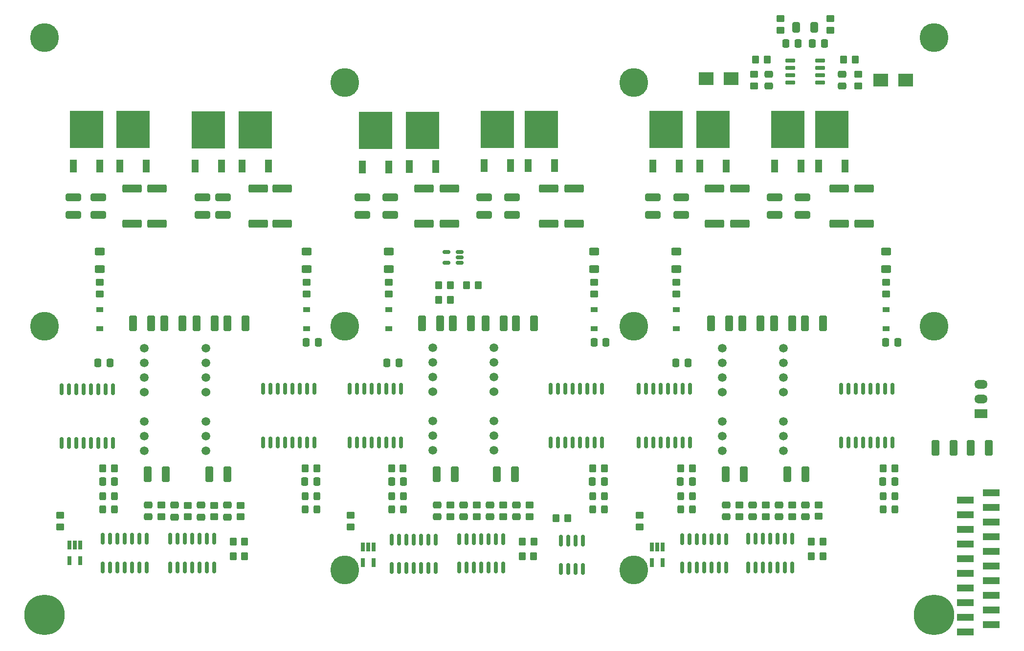
<source format=gbr>
%TF.GenerationSoftware,KiCad,Pcbnew,(6.0.1)*%
%TF.CreationDate,2023-03-27T11:36:54+03:00*%
%TF.ProjectId,Driver_SKiM459GD12E4 V2,44726976-6572-45f5-934b-694d34353947,rev?*%
%TF.SameCoordinates,Original*%
%TF.FileFunction,Soldermask,Top*%
%TF.FilePolarity,Negative*%
%FSLAX46Y46*%
G04 Gerber Fmt 4.6, Leading zero omitted, Abs format (unit mm)*
G04 Created by KiCad (PCBNEW (6.0.1)) date 2023-03-27 11:36:54*
%MOMM*%
%LPD*%
G01*
G04 APERTURE LIST*
G04 Aperture macros list*
%AMRoundRect*
0 Rectangle with rounded corners*
0 $1 Rounding radius*
0 $2 $3 $4 $5 $6 $7 $8 $9 X,Y pos of 4 corners*
0 Add a 4 corners polygon primitive as box body*
4,1,4,$2,$3,$4,$5,$6,$7,$8,$9,$2,$3,0*
0 Add four circle primitives for the rounded corners*
1,1,$1+$1,$2,$3*
1,1,$1+$1,$4,$5*
1,1,$1+$1,$6,$7*
1,1,$1+$1,$8,$9*
0 Add four rect primitives between the rounded corners*
20,1,$1+$1,$2,$3,$4,$5,0*
20,1,$1+$1,$4,$5,$6,$7,0*
20,1,$1+$1,$6,$7,$8,$9,0*
20,1,$1+$1,$8,$9,$2,$3,0*%
G04 Aperture macros list end*
%ADD10C,1.500000*%
%ADD11C,1.524000*%
%ADD12RoundRect,0.250000X-0.337500X-0.475000X0.337500X-0.475000X0.337500X0.475000X-0.337500X0.475000X0*%
%ADD13R,1.200000X2.200000*%
%ADD14R,5.800000X6.400000*%
%ADD15RoundRect,0.250000X-0.412500X-1.100000X0.412500X-1.100000X0.412500X1.100000X-0.412500X1.100000X0*%
%ADD16RoundRect,0.150000X-0.150000X0.825000X-0.150000X-0.825000X0.150000X-0.825000X0.150000X0.825000X0*%
%ADD17RoundRect,0.250000X0.412500X1.100000X-0.412500X1.100000X-0.412500X-1.100000X0.412500X-1.100000X0*%
%ADD18RoundRect,0.250000X-0.625000X0.400000X-0.625000X-0.400000X0.625000X-0.400000X0.625000X0.400000X0*%
%ADD19RoundRect,0.250000X0.475000X-0.337500X0.475000X0.337500X-0.475000X0.337500X-0.475000X-0.337500X0*%
%ADD20R,2.500000X2.300000*%
%ADD21RoundRect,0.250000X0.450000X-0.350000X0.450000X0.350000X-0.450000X0.350000X-0.450000X-0.350000X0*%
%ADD22RoundRect,0.250000X-0.350000X-0.450000X0.350000X-0.450000X0.350000X0.450000X-0.350000X0.450000X0*%
%ADD23RoundRect,0.249999X1.425001X-0.450001X1.425001X0.450001X-1.425001X0.450001X-1.425001X-0.450001X0*%
%ADD24RoundRect,0.250000X0.337500X0.475000X-0.337500X0.475000X-0.337500X-0.475000X0.337500X-0.475000X0*%
%ADD25RoundRect,0.150000X0.150000X-0.875000X0.150000X0.875000X-0.150000X0.875000X-0.150000X-0.875000X0*%
%ADD26RoundRect,0.250000X-0.450000X0.350000X-0.450000X-0.350000X0.450000X-0.350000X0.450000X0.350000X0*%
%ADD27R,0.650000X1.560000*%
%ADD28RoundRect,0.250000X-0.325000X-0.450000X0.325000X-0.450000X0.325000X0.450000X-0.325000X0.450000X0*%
%ADD29C,5.000000*%
%ADD30RoundRect,0.250000X-1.075000X0.400000X-1.075000X-0.400000X1.075000X-0.400000X1.075000X0.400000X0*%
%ADD31RoundRect,0.250000X0.350000X0.450000X-0.350000X0.450000X-0.350000X-0.450000X0.350000X-0.450000X0*%
%ADD32RoundRect,0.150000X0.150000X-0.825000X0.150000X0.825000X-0.150000X0.825000X-0.150000X-0.825000X0*%
%ADD33C,7.000000*%
%ADD34R,1.200000X0.900000*%
%ADD35R,2.997200X1.300000*%
%ADD36RoundRect,0.250000X0.412500X0.650000X-0.412500X0.650000X-0.412500X-0.650000X0.412500X-0.650000X0*%
%ADD37R,2.300000X1.500000*%
%ADD38O,2.300000X1.500000*%
%ADD39RoundRect,0.150000X0.512500X0.150000X-0.512500X0.150000X-0.512500X-0.150000X0.512500X-0.150000X0*%
%ADD40RoundRect,0.150000X0.725000X0.150000X-0.725000X0.150000X-0.725000X-0.150000X0.725000X-0.150000X0*%
G04 APERTURE END LIST*
D10*
%TO.C,D31*%
X190782000Y-114808000D03*
X190782000Y-112268000D03*
X190782000Y-109728000D03*
D11*
X190782000Y-104648000D03*
D10*
X190782000Y-102108000D03*
X190782000Y-99568000D03*
X190782000Y-97028000D03*
%TD*%
%TO.C,D32*%
X180162000Y-114808000D03*
X180162000Y-112268000D03*
X180162000Y-109728000D03*
D11*
X180162000Y-104648000D03*
D10*
X180162000Y-102108000D03*
X180162000Y-99568000D03*
X180162000Y-97028000D03*
%TD*%
%TO.C,D30*%
X140668000Y-114730000D03*
X140668000Y-112190000D03*
X140668000Y-109650000D03*
D11*
X140668000Y-104570000D03*
D10*
X140668000Y-102030000D03*
X140668000Y-99490000D03*
X140668000Y-96950000D03*
%TD*%
%TO.C,D29*%
X130048000Y-114730000D03*
X130048000Y-112190000D03*
X130048000Y-109650000D03*
D11*
X130048000Y-104570000D03*
D10*
X130048000Y-102030000D03*
X130048000Y-99490000D03*
X130048000Y-96950000D03*
%TD*%
%TO.C,D16*%
X90754000Y-114808000D03*
X90754000Y-112268000D03*
X90754000Y-109728000D03*
D11*
X90754000Y-104648000D03*
D10*
X90754000Y-102108000D03*
X90754000Y-99568000D03*
X90754000Y-97028000D03*
%TD*%
%TO.C,D15*%
X80086000Y-114808000D03*
X80086000Y-112268000D03*
X80086000Y-109728000D03*
D11*
X80086000Y-104648000D03*
D10*
X80086000Y-102108000D03*
X80086000Y-99568000D03*
X80086000Y-97028000D03*
%TD*%
D12*
%TO.C,C43*%
X208512500Y-96012000D03*
X210587500Y-96012000D03*
%TD*%
D13*
%TO.C,Q11*%
X168154000Y-65414000D03*
D14*
X170434000Y-59114000D03*
D13*
X172714000Y-65414000D03*
%TD*%
D15*
%TO.C,C54*%
X144449000Y-92710000D03*
X147574000Y-92710000D03*
%TD*%
D16*
%TO.C,D45*%
X180848000Y-130113000D03*
X179578000Y-130113000D03*
X178308000Y-130113000D03*
X177038000Y-130113000D03*
X175768000Y-130113000D03*
X174498000Y-130113000D03*
X173228000Y-130113000D03*
X173228000Y-135063000D03*
X174498000Y-135063000D03*
X175768000Y-135063000D03*
X177038000Y-135063000D03*
X178308000Y-135063000D03*
X179578000Y-135063000D03*
X180848000Y-135063000D03*
%TD*%
D17*
%TO.C,C55*%
X194602500Y-118872000D03*
X191477500Y-118872000D03*
%TD*%
D18*
%TO.C,R43*%
X122428000Y-80238000D03*
X122428000Y-83338000D03*
%TD*%
D19*
%TO.C,C65*%
X144526000Y-126259500D03*
X144526000Y-124184500D03*
%TD*%
D20*
%TO.C,D50*%
X207654000Y-50546000D03*
X211954000Y-50546000D03*
%TD*%
D21*
%TO.C,R26*%
X92202000Y-126243500D03*
X92202000Y-124243500D03*
%TD*%
D18*
%TO.C,R41*%
X157988000Y-80238000D03*
X157988000Y-83338000D03*
%TD*%
D22*
%TO.C,R138*%
X131080000Y-88646000D03*
X133080000Y-88646000D03*
%TD*%
D23*
%TO.C,R147*%
X132969000Y-75440000D03*
X132969000Y-69340000D03*
%TD*%
D24*
%TO.C,C42*%
X210079500Y-120142000D03*
X208004500Y-120142000D03*
%TD*%
D19*
%TO.C,C15*%
X94488000Y-126281000D03*
X94488000Y-124206000D03*
%TD*%
D15*
%TO.C,C53*%
X139183000Y-92710000D03*
X142308000Y-92710000D03*
%TD*%
D13*
%TO.C,Q10*%
X189236000Y-65414000D03*
D14*
X191516000Y-59114000D03*
D13*
X193796000Y-65414000D03*
%TD*%
D25*
%TO.C,D1*%
X100711000Y-113362000D03*
X101981000Y-113362000D03*
X103251000Y-113362000D03*
X104521000Y-113362000D03*
X105791000Y-113362000D03*
X107061000Y-113362000D03*
X108331000Y-113362000D03*
X109601000Y-113362000D03*
X109601000Y-104062000D03*
X108331000Y-104062000D03*
X107061000Y-104062000D03*
X105791000Y-104062000D03*
X104521000Y-104062000D03*
X103251000Y-104062000D03*
X101981000Y-104062000D03*
X100711000Y-104062000D03*
%TD*%
D26*
%TO.C,R39*%
X122428000Y-85614000D03*
X122428000Y-87614000D03*
%TD*%
D16*
%TO.C,D14*%
X92202000Y-130048000D03*
X90932000Y-130048000D03*
X89662000Y-130048000D03*
X88392000Y-130048000D03*
X87122000Y-130048000D03*
X85852000Y-130048000D03*
X84582000Y-130048000D03*
X84582000Y-134998000D03*
X85852000Y-134998000D03*
X87122000Y-134998000D03*
X88392000Y-134998000D03*
X89662000Y-134998000D03*
X90932000Y-134998000D03*
X92202000Y-134998000D03*
%TD*%
D27*
%TO.C,D44*%
X169860000Y-131492000D03*
X168910000Y-131492000D03*
X167960000Y-131492000D03*
X167960000Y-134192000D03*
X169860000Y-134192000D03*
%TD*%
D22*
%TO.C,R122*%
X201184000Y-46990000D03*
X203184000Y-46990000D03*
%TD*%
D28*
%TO.C,D11*%
X72889000Y-124968000D03*
X74939000Y-124968000D03*
%TD*%
D15*
%TO.C,C23*%
X78193500Y-92710000D03*
X81318500Y-92710000D03*
%TD*%
D29*
%TO.C,H5*%
X216862000Y-43214000D03*
%TD*%
D13*
%TO.C,Q1*%
X97034000Y-65482000D03*
D14*
X99314000Y-59182000D03*
D13*
X101594000Y-65482000D03*
%TD*%
D30*
%TO.C,R37*%
X138938000Y-70840000D03*
X138938000Y-73940000D03*
%TD*%
D21*
%TO.C,R27*%
X87630000Y-126243500D03*
X87630000Y-124243500D03*
%TD*%
%TO.C,R88*%
X183134000Y-126200500D03*
X183134000Y-124200500D03*
%TD*%
D15*
%TO.C,C60*%
X183642000Y-92710000D03*
X186767000Y-92710000D03*
%TD*%
D17*
%TO.C,C49*%
X133858000Y-118872000D03*
X130733000Y-118872000D03*
%TD*%
D29*
%TO.C,H6*%
X164862000Y-135464000D03*
%TD*%
D24*
%TO.C,C5*%
X74973000Y-120104500D03*
X72898000Y-120104500D03*
%TD*%
D13*
%TO.C,Q4*%
X75874000Y-65414000D03*
D14*
X78154000Y-59114000D03*
D13*
X80434000Y-65414000D03*
%TD*%
D28*
%TO.C,D12*%
X107941000Y-122682000D03*
X109991000Y-122682000D03*
%TD*%
D31*
%TO.C,R139*%
X133080000Y-86106000D03*
X131080000Y-86106000D03*
%TD*%
D30*
%TO.C,R53*%
X189230000Y-70840000D03*
X189230000Y-73940000D03*
%TD*%
D22*
%TO.C,R142*%
X151400000Y-126492000D03*
X153400000Y-126492000D03*
%TD*%
D29*
%TO.C,H1*%
X164862000Y-50964000D03*
%TD*%
D12*
%TO.C,C88*%
X191240500Y-44196000D03*
X193315500Y-44196000D03*
%TD*%
D18*
%TO.C,R12*%
X72390000Y-80238000D03*
X72390000Y-83338000D03*
%TD*%
D19*
%TO.C,C90*%
X200914000Y-51583500D03*
X200914000Y-49508500D03*
%TD*%
D15*
%TO.C,C58*%
X194525500Y-92710000D03*
X197650500Y-92710000D03*
%TD*%
D24*
%TO.C,C6*%
X74189500Y-99568000D03*
X72114500Y-99568000D03*
%TD*%
D19*
%TO.C,C16*%
X80772000Y-126259500D03*
X80772000Y-124184500D03*
%TD*%
D21*
%TO.C,R86*%
X192278000Y-126200500D03*
X192278000Y-124200500D03*
%TD*%
D31*
%TO.C,R126*%
X97504000Y-130556000D03*
X95504000Y-130556000D03*
%TD*%
D22*
%TO.C,R89*%
X145542000Y-133096000D03*
X147542000Y-133096000D03*
%TD*%
%TO.C,R129*%
X195596000Y-133096000D03*
X197596000Y-133096000D03*
%TD*%
%TO.C,R125*%
X95504000Y-133096000D03*
X97504000Y-133096000D03*
%TD*%
D19*
%TO.C,C68*%
X135382000Y-126259500D03*
X135382000Y-124184500D03*
%TD*%
D29*
%TO.C,H2*%
X114862000Y-93214000D03*
%TD*%
D30*
%TO.C,R2*%
X90170000Y-70840000D03*
X90170000Y-73940000D03*
%TD*%
D19*
%TO.C,C66*%
X130810000Y-126259500D03*
X130810000Y-124184500D03*
%TD*%
D29*
%TO.C,H10*%
X216862000Y-93214000D03*
%TD*%
D31*
%TO.C,R1*%
X109966000Y-117856000D03*
X107966000Y-117856000D03*
%TD*%
D13*
%TO.C,Q7*%
X117861000Y-65585000D03*
D14*
X120141000Y-59285000D03*
D13*
X122421000Y-65585000D03*
%TD*%
D28*
%TO.C,D40*%
X208017000Y-122682000D03*
X210067000Y-122682000D03*
%TD*%
D21*
%TO.C,R118*%
X198882000Y-41894000D03*
X198882000Y-39894000D03*
%TD*%
D30*
%TO.C,R36*%
X122682000Y-70840000D03*
X122682000Y-73940000D03*
%TD*%
D12*
%TO.C,C33*%
X157988000Y-96012000D03*
X160063000Y-96012000D03*
%TD*%
D18*
%TO.C,R59*%
X172212000Y-80238000D03*
X172212000Y-83338000D03*
%TD*%
D32*
%TO.C,U4*%
X152273000Y-135317000D03*
X153543000Y-135317000D03*
X154813000Y-135317000D03*
X156083000Y-135317000D03*
X156083000Y-130367000D03*
X154813000Y-130367000D03*
X153543000Y-130367000D03*
X152273000Y-130367000D03*
%TD*%
D25*
%TO.C,D18*%
X150495000Y-113362000D03*
X151765000Y-113362000D03*
X153035000Y-113362000D03*
X154305000Y-113362000D03*
X155575000Y-113362000D03*
X156845000Y-113362000D03*
X158115000Y-113362000D03*
X159385000Y-113362000D03*
X159385000Y-104062000D03*
X158115000Y-104062000D03*
X156845000Y-104062000D03*
X155575000Y-104062000D03*
X154305000Y-104062000D03*
X153035000Y-104062000D03*
X151765000Y-104062000D03*
X150495000Y-104062000D03*
%TD*%
%TO.C,D4*%
X65786000Y-113453750D03*
X67056000Y-113453750D03*
X68326000Y-113453750D03*
X69596000Y-113453750D03*
X70866000Y-113453750D03*
X72136000Y-113453750D03*
X73406000Y-113453750D03*
X74676000Y-113453750D03*
X74676000Y-104153750D03*
X73406000Y-104153750D03*
X72136000Y-104153750D03*
X70866000Y-104153750D03*
X69596000Y-104153750D03*
X68326000Y-104153750D03*
X67056000Y-104153750D03*
X65786000Y-104153750D03*
%TD*%
D17*
%TO.C,C19*%
X83858500Y-118872000D03*
X80733500Y-118872000D03*
%TD*%
D18*
%TO.C,R4*%
X108204000Y-80238000D03*
X108204000Y-83338000D03*
%TD*%
D13*
%TO.C,Q12*%
X176282000Y-65414000D03*
D14*
X178562000Y-59114000D03*
D13*
X180842000Y-65414000D03*
%TD*%
D30*
%TO.C,R38*%
X143764000Y-70840000D03*
X143764000Y-73940000D03*
%TD*%
D31*
%TO.C,R33*%
X124936000Y-117856000D03*
X122936000Y-117856000D03*
%TD*%
D33*
%TO.C,H11*%
X216862000Y-143214000D03*
%TD*%
D24*
%TO.C,C44*%
X174265500Y-99568000D03*
X172190500Y-99568000D03*
%TD*%
D28*
%TO.C,D38*%
X172965000Y-122682000D03*
X175015000Y-122682000D03*
%TD*%
D15*
%TO.C,C52*%
X133565500Y-92710000D03*
X136690500Y-92710000D03*
%TD*%
D34*
%TO.C,D3*%
X108204000Y-90298000D03*
X108204000Y-93598000D03*
%TD*%
D13*
%TO.C,Q2*%
X88906000Y-65482000D03*
D14*
X91186000Y-59182000D03*
D13*
X93466000Y-65482000D03*
%TD*%
D15*
%TO.C,C24*%
X83566000Y-92710000D03*
X86691000Y-92710000D03*
%TD*%
D23*
%TO.C,R30*%
X77978000Y-75440000D03*
X77978000Y-69340000D03*
%TD*%
D21*
%TO.C,R76*%
X133096000Y-126222000D03*
X133096000Y-124222000D03*
%TD*%
D18*
%TO.C,R57*%
X208534000Y-80238000D03*
X208534000Y-83338000D03*
%TD*%
D30*
%TO.C,R52*%
X173038000Y-70840000D03*
X173038000Y-73940000D03*
%TD*%
D15*
%TO.C,C59*%
X178269500Y-92710000D03*
X181394500Y-92710000D03*
%TD*%
D21*
%TO.C,R87*%
X187706000Y-126200500D03*
X187706000Y-124200500D03*
%TD*%
D23*
%TO.C,R146*%
X82296000Y-75440000D03*
X82296000Y-69340000D03*
%TD*%
D13*
%TO.C,Q8*%
X125988000Y-65550000D03*
D14*
X128268000Y-59250000D03*
D13*
X130548000Y-65550000D03*
%TD*%
D23*
%TO.C,R144*%
X154559000Y-75440000D03*
X154559000Y-69340000D03*
%TD*%
D29*
%TO.C,H4*%
X62862000Y-93214000D03*
%TD*%
D15*
%TO.C,C26*%
X94488000Y-92710000D03*
X97613000Y-92710000D03*
%TD*%
%TO.C,C92*%
X217131500Y-114300000D03*
X220256500Y-114300000D03*
%TD*%
D29*
%TO.C,H8*%
X114862000Y-135464000D03*
%TD*%
D13*
%TO.C,Q5*%
X146562000Y-65379000D03*
D14*
X148842000Y-59079000D03*
D13*
X151122000Y-65379000D03*
%TD*%
D19*
%TO.C,C75*%
X189992000Y-126238000D03*
X189992000Y-124163000D03*
%TD*%
D30*
%TO.C,R54*%
X194056000Y-70840000D03*
X194056000Y-73940000D03*
%TD*%
D28*
%TO.C,D13*%
X107941000Y-124968000D03*
X109991000Y-124968000D03*
%TD*%
D26*
%TO.C,R123*%
X185674000Y-49546000D03*
X185674000Y-51546000D03*
%TD*%
D34*
%TO.C,D26*%
X172212000Y-90298000D03*
X172212000Y-93598000D03*
%TD*%
D17*
%TO.C,C20*%
X94526500Y-118872000D03*
X91401500Y-118872000D03*
%TD*%
D34*
%TO.C,D5*%
X72390000Y-90298000D03*
X72390000Y-93598000D03*
%TD*%
D21*
%TO.C,R75*%
X137668000Y-126222000D03*
X137668000Y-124222000D03*
%TD*%
D23*
%TO.C,R61*%
X200406000Y-75440000D03*
X200406000Y-69340000D03*
%TD*%
%TO.C,R45*%
X150114000Y-75440000D03*
X150114000Y-69340000D03*
%TD*%
D13*
%TO.C,Q9*%
X196856000Y-65414000D03*
D14*
X199136000Y-59114000D03*
D13*
X201416000Y-65414000D03*
%TD*%
D17*
%TO.C,C50*%
X144310500Y-118872000D03*
X141185500Y-118872000D03*
%TD*%
D24*
%TO.C,C31*%
X125003500Y-120142000D03*
X122928500Y-120142000D03*
%TD*%
%TO.C,C34*%
X124227500Y-99568000D03*
X122152500Y-99568000D03*
%TD*%
D13*
%TO.C,Q3*%
X67824000Y-65414000D03*
D14*
X70104000Y-59114000D03*
D13*
X72384000Y-65414000D03*
%TD*%
D28*
%TO.C,D34*%
X122927000Y-124968000D03*
X124977000Y-124968000D03*
%TD*%
D29*
%TO.C,H7*%
X114862000Y-50964000D03*
%TD*%
D21*
%TO.C,R25*%
X96774000Y-126243500D03*
X96774000Y-124243500D03*
%TD*%
D35*
%TO.C,J1*%
X222255800Y-146177000D03*
X226755801Y-144907000D03*
X222255800Y-143637000D03*
X226755801Y-142367000D03*
X222255800Y-141097000D03*
X226755801Y-139827000D03*
X222255800Y-138557000D03*
X226755801Y-137287000D03*
X222255800Y-136017000D03*
X226755801Y-134747000D03*
X222255800Y-133477000D03*
X226755801Y-132207000D03*
X222255800Y-130937000D03*
X226755801Y-129667000D03*
X222255800Y-128397000D03*
X226755801Y-127127000D03*
X222255800Y-125857000D03*
X226755801Y-124587000D03*
X222255800Y-123317000D03*
X226755801Y-122047000D03*
%TD*%
D31*
%TO.C,R7*%
X74935500Y-117818500D03*
X72935500Y-117818500D03*
%TD*%
D27*
%TO.C,D9*%
X119822000Y-131492000D03*
X118872000Y-131492000D03*
X117922000Y-131492000D03*
X117922000Y-134192000D03*
X119822000Y-134192000D03*
%TD*%
D26*
%TO.C,R119*%
X190246000Y-39894000D03*
X190246000Y-41894000D03*
%TD*%
D34*
%TO.C,D25*%
X208534000Y-90298000D03*
X208534000Y-93598000D03*
%TD*%
D23*
%TO.C,R143*%
X104013000Y-75440000D03*
X104013000Y-69340000D03*
%TD*%
D28*
%TO.C,D39*%
X172965000Y-124968000D03*
X175015000Y-124968000D03*
%TD*%
D31*
%TO.C,R49*%
X174990000Y-117856000D03*
X172990000Y-117856000D03*
%TD*%
D28*
%TO.C,D41*%
X208017000Y-124968000D03*
X210067000Y-124968000D03*
%TD*%
D23*
%TO.C,R29*%
X99822000Y-75440000D03*
X99822000Y-69340000D03*
%TD*%
D30*
%TO.C,R51*%
X168148000Y-70840000D03*
X168148000Y-73940000D03*
%TD*%
D19*
%TO.C,C76*%
X185420000Y-126238000D03*
X185420000Y-124163000D03*
%TD*%
D16*
%TO.C,D37*%
X142240000Y-130113000D03*
X140970000Y-130113000D03*
X139700000Y-130113000D03*
X138430000Y-130113000D03*
X137160000Y-130113000D03*
X135890000Y-130113000D03*
X134620000Y-130113000D03*
X134620000Y-135063000D03*
X135890000Y-135063000D03*
X137160000Y-135063000D03*
X138430000Y-135063000D03*
X139700000Y-135063000D03*
X140970000Y-135063000D03*
X142240000Y-135063000D03*
%TD*%
D26*
%TO.C,R40*%
X157988000Y-85614000D03*
X157988000Y-87614000D03*
%TD*%
D15*
%TO.C,C51*%
X128231500Y-92710000D03*
X131356500Y-92710000D03*
%TD*%
D28*
%TO.C,D33*%
X122927000Y-122682000D03*
X124977000Y-122682000D03*
%TD*%
D19*
%TO.C,C67*%
X139954000Y-126259500D03*
X139954000Y-124184500D03*
%TD*%
%TO.C,C73*%
X194564000Y-126238000D03*
X194564000Y-124163000D03*
%TD*%
D17*
%TO.C,C91*%
X226352500Y-114300000D03*
X223227500Y-114300000D03*
%TD*%
D15*
%TO.C,C25*%
X89154000Y-92710000D03*
X92279000Y-92710000D03*
%TD*%
D16*
%TO.C,D43*%
X130556000Y-130178000D03*
X129286000Y-130178000D03*
X128016000Y-130178000D03*
X126746000Y-130178000D03*
X125476000Y-130178000D03*
X124206000Y-130178000D03*
X122936000Y-130178000D03*
X122936000Y-135128000D03*
X124206000Y-135128000D03*
X125476000Y-135128000D03*
X126746000Y-135128000D03*
X128016000Y-135128000D03*
X129286000Y-135128000D03*
X130556000Y-135128000D03*
%TD*%
D21*
%TO.C,R85*%
X196850000Y-126184500D03*
X196850000Y-124184500D03*
%TD*%
D30*
%TO.C,R8*%
X67818000Y-70840000D03*
X67818000Y-73940000D03*
%TD*%
D31*
%TO.C,R90*%
X147558000Y-130556000D03*
X145558000Y-130556000D03*
%TD*%
D33*
%TO.C,H12*%
X62862000Y-143214000D03*
%TD*%
D31*
%TO.C,R34*%
X159750000Y-117856000D03*
X157750000Y-117856000D03*
%TD*%
D12*
%TO.C,C3*%
X108182500Y-96012000D03*
X110257500Y-96012000D03*
%TD*%
D30*
%TO.C,R3*%
X93726000Y-70840000D03*
X93726000Y-73940000D03*
%TD*%
D24*
%TO.C,C41*%
X175027500Y-120142000D03*
X172952500Y-120142000D03*
%TD*%
D21*
%TO.C,R74*%
X142240000Y-126222000D03*
X142240000Y-124222000D03*
%TD*%
D28*
%TO.C,D36*%
X157725000Y-124968000D03*
X159775000Y-124968000D03*
%TD*%
D19*
%TO.C,C18*%
X85344000Y-126281000D03*
X85344000Y-124206000D03*
%TD*%
D15*
%TO.C,C57*%
X189191500Y-92710000D03*
X192316500Y-92710000D03*
%TD*%
D31*
%TO.C,R130*%
X197596000Y-130556000D03*
X195596000Y-130556000D03*
%TD*%
D20*
%TO.C,D49*%
X181728000Y-50292000D03*
X177428000Y-50292000D03*
%TD*%
D16*
%TO.C,D8*%
X80518000Y-130048000D03*
X79248000Y-130048000D03*
X77978000Y-130048000D03*
X76708000Y-130048000D03*
X75438000Y-130048000D03*
X74168000Y-130048000D03*
X72898000Y-130048000D03*
X72898000Y-134998000D03*
X74168000Y-134998000D03*
X75438000Y-134998000D03*
X76708000Y-134998000D03*
X77978000Y-134998000D03*
X79248000Y-134998000D03*
X80518000Y-134998000D03*
%TD*%
D28*
%TO.C,D10*%
X72889000Y-122682000D03*
X74939000Y-122682000D03*
%TD*%
D23*
%TO.C,R145*%
X204724000Y-75440000D03*
X204724000Y-69340000D03*
%TD*%
D36*
%TO.C,C85*%
X196126500Y-41402000D03*
X193001500Y-41402000D03*
%TD*%
D23*
%TO.C,R62*%
X178816000Y-75440000D03*
X178816000Y-69340000D03*
%TD*%
D34*
%TO.C,D20*%
X122428000Y-90298000D03*
X122428000Y-93598000D03*
%TD*%
D21*
%TO.C,R136*%
X165862000Y-128000000D03*
X165862000Y-126000000D03*
%TD*%
D31*
%TO.C,R121*%
X187944000Y-46990000D03*
X185944000Y-46990000D03*
%TD*%
D29*
%TO.C,H9*%
X62862000Y-43214000D03*
%TD*%
D37*
%TO.C,U2*%
X224965500Y-108365000D03*
D38*
X224965500Y-105825000D03*
X224965500Y-103285000D03*
%TD*%
D31*
%TO.C,R50*%
X210042000Y-117856000D03*
X208042000Y-117856000D03*
%TD*%
D21*
%TO.C,R96*%
X115824000Y-128000000D03*
X115824000Y-126000000D03*
%TD*%
D30*
%TO.C,R35*%
X117856000Y-70840000D03*
X117856000Y-73940000D03*
%TD*%
D29*
%TO.C,H3*%
X164862000Y-93214000D03*
%TD*%
D12*
%TO.C,C87*%
X195812500Y-44196000D03*
X197887500Y-44196000D03*
%TD*%
D21*
%TO.C,R16*%
X65532000Y-128000000D03*
X65532000Y-126000000D03*
%TD*%
D26*
%TO.C,R55*%
X172212000Y-85614000D03*
X172212000Y-87614000D03*
%TD*%
D24*
%TO.C,C2*%
X110003500Y-120142000D03*
X107928500Y-120142000D03*
%TD*%
D27*
%TO.C,D7*%
X69022000Y-131173000D03*
X68072000Y-131173000D03*
X67122000Y-131173000D03*
X67122000Y-133873000D03*
X69022000Y-133873000D03*
%TD*%
D19*
%TO.C,C17*%
X89916000Y-126281000D03*
X89916000Y-124206000D03*
%TD*%
D23*
%TO.C,R46*%
X128524000Y-75440000D03*
X128524000Y-69340000D03*
%TD*%
D39*
%TO.C,U3*%
X134741500Y-82230000D03*
X134741500Y-81280000D03*
X134741500Y-80330000D03*
X132466500Y-80330000D03*
X132466500Y-82230000D03*
%TD*%
D19*
%TO.C,C74*%
X180848000Y-126238000D03*
X180848000Y-124163000D03*
%TD*%
D26*
%TO.C,R56*%
X208534000Y-85614000D03*
X208534000Y-87614000D03*
%TD*%
D28*
%TO.C,D35*%
X157725000Y-122682000D03*
X159775000Y-122682000D03*
%TD*%
D34*
%TO.C,D19*%
X157988000Y-90298000D03*
X157988000Y-93598000D03*
%TD*%
D21*
%TO.C,R73*%
X146812000Y-126222000D03*
X146812000Y-124222000D03*
%TD*%
D26*
%TO.C,R10*%
X72390000Y-85614000D03*
X72390000Y-87614000D03*
%TD*%
%TO.C,R5*%
X108204000Y-85614000D03*
X108204000Y-87614000D03*
%TD*%
D16*
%TO.C,D42*%
X192278000Y-130048000D03*
X191008000Y-130048000D03*
X189738000Y-130048000D03*
X188468000Y-130048000D03*
X187198000Y-130048000D03*
X185928000Y-130048000D03*
X184658000Y-130048000D03*
X184658000Y-134998000D03*
X185928000Y-134998000D03*
X187198000Y-134998000D03*
X188468000Y-134998000D03*
X189738000Y-134998000D03*
X191008000Y-134998000D03*
X192278000Y-134998000D03*
%TD*%
D13*
%TO.C,Q6*%
X138942000Y-65379000D03*
D14*
X141222000Y-59079000D03*
D13*
X143502000Y-65379000D03*
%TD*%
D30*
%TO.C,R9*%
X72136000Y-70840000D03*
X72136000Y-73940000D03*
%TD*%
D17*
%TO.C,C56*%
X183934500Y-118872000D03*
X180809500Y-118872000D03*
%TD*%
D40*
%TO.C,U1*%
X197139000Y-50927000D03*
X197139000Y-49657000D03*
X197139000Y-48387000D03*
X197139000Y-47117000D03*
X191989000Y-47117000D03*
X191989000Y-48387000D03*
X191989000Y-49657000D03*
X191989000Y-50927000D03*
%TD*%
D24*
%TO.C,C32*%
X159787500Y-120142000D03*
X157712500Y-120142000D03*
%TD*%
D25*
%TO.C,D23*%
X165735000Y-113362000D03*
X167005000Y-113362000D03*
X168275000Y-113362000D03*
X169545000Y-113362000D03*
X170815000Y-113362000D03*
X172085000Y-113362000D03*
X173355000Y-113362000D03*
X174625000Y-113362000D03*
X174625000Y-104062000D03*
X173355000Y-104062000D03*
X172085000Y-104062000D03*
X170815000Y-104062000D03*
X169545000Y-104062000D03*
X168275000Y-104062000D03*
X167005000Y-104062000D03*
X165735000Y-104062000D03*
%TD*%
D23*
%TO.C,R148*%
X183261000Y-75440000D03*
X183261000Y-69340000D03*
%TD*%
D25*
%TO.C,D24*%
X200787000Y-113362000D03*
X202057000Y-113362000D03*
X203327000Y-113362000D03*
X204597000Y-113362000D03*
X205867000Y-113362000D03*
X207137000Y-113362000D03*
X208407000Y-113362000D03*
X209677000Y-113362000D03*
X209677000Y-104062000D03*
X208407000Y-104062000D03*
X207137000Y-104062000D03*
X205867000Y-104062000D03*
X204597000Y-104062000D03*
X203327000Y-104062000D03*
X202057000Y-104062000D03*
X200787000Y-104062000D03*
%TD*%
D26*
%TO.C,R124*%
X203708000Y-49546000D03*
X203708000Y-51546000D03*
%TD*%
D19*
%TO.C,C89*%
X188214000Y-51583500D03*
X188214000Y-49508500D03*
%TD*%
D31*
%TO.C,R140*%
X137906000Y-86106000D03*
X135906000Y-86106000D03*
%TD*%
D21*
%TO.C,R28*%
X83058000Y-126222000D03*
X83058000Y-124222000D03*
%TD*%
D25*
%TO.C,D17*%
X115697000Y-113362000D03*
X116967000Y-113362000D03*
X118237000Y-113362000D03*
X119507000Y-113362000D03*
X120777000Y-113362000D03*
X122047000Y-113362000D03*
X123317000Y-113362000D03*
X124587000Y-113362000D03*
X124587000Y-104062000D03*
X123317000Y-104062000D03*
X122047000Y-104062000D03*
X120777000Y-104062000D03*
X119507000Y-104062000D03*
X118237000Y-104062000D03*
X116967000Y-104062000D03*
X115697000Y-104062000D03*
%TD*%
M02*

</source>
